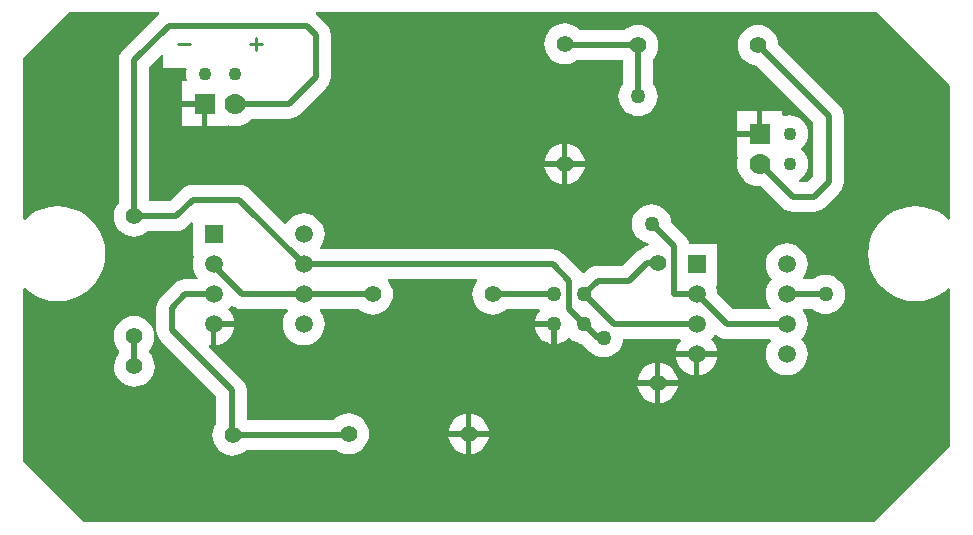
<source format=gbl>
G04*
G04 #@! TF.GenerationSoftware,Altium Limited,Altium Designer,18.1.7 (191)*
G04*
G04 Layer_Physical_Order=2*
G04 Layer_Color=16711680*
%FSLAX24Y24*%
%MOIN*%
G70*
G01*
G75*
%ADD10C,0.0197*%
%ADD11C,0.0100*%
%ADD12R,0.0700X0.0700*%
%ADD13C,0.0700*%
%ADD14C,0.0433*%
%ADD15C,0.0551*%
%ADD16C,0.0591*%
%ADD17R,0.0591X0.0591*%
%ADD18R,0.0700X0.0700*%
%ADD19C,0.0500*%
G36*
X42546Y46112D02*
Y41666D01*
X42496Y41643D01*
X42332Y41783D01*
X42120Y41913D01*
X41890Y42008D01*
X41648Y42066D01*
X41400Y42086D01*
X41152Y42066D01*
X40910Y42008D01*
X40680Y41913D01*
X40468Y41783D01*
X40279Y41621D01*
X40117Y41432D01*
X39987Y41220D01*
X39892Y40990D01*
X39834Y40748D01*
X39814Y40500D01*
X39834Y40252D01*
X39892Y40010D01*
X39987Y39780D01*
X40117Y39568D01*
X40279Y39379D01*
X40468Y39217D01*
X40680Y39087D01*
X40910Y38992D01*
X41152Y38934D01*
X41400Y38914D01*
X41648Y38934D01*
X41890Y38992D01*
X42120Y39087D01*
X42332Y39217D01*
X42496Y39357D01*
X42546Y39334D01*
Y34088D01*
X40012Y31554D01*
X13688D01*
X11654Y33588D01*
Y39334D01*
X11704Y39357D01*
X11868Y39217D01*
X12080Y39087D01*
X12310Y38992D01*
X12552Y38934D01*
X12800Y38914D01*
X13048Y38934D01*
X13290Y38992D01*
X13520Y39087D01*
X13732Y39217D01*
X13921Y39379D01*
X14083Y39568D01*
X14213Y39780D01*
X14308Y40010D01*
X14366Y40252D01*
X14386Y40500D01*
X14366Y40748D01*
X14308Y40990D01*
X14213Y41220D01*
X14083Y41432D01*
X13921Y41621D01*
X13732Y41783D01*
X13520Y41913D01*
X13290Y42008D01*
X13048Y42066D01*
X12800Y42086D01*
X12552Y42066D01*
X12310Y42008D01*
X12080Y41913D01*
X11868Y41783D01*
X11704Y41643D01*
X11654Y41666D01*
Y47012D01*
X13188Y48546D01*
X16180D01*
X16197Y48496D01*
X16145Y48455D01*
X14995Y47305D01*
X14915Y47201D01*
X14864Y47080D01*
X14847Y46950D01*
Y42202D01*
X14786Y42127D01*
X14723Y42010D01*
X14684Y41882D01*
X14671Y41750D01*
X14684Y41618D01*
X14723Y41490D01*
X14786Y41373D01*
X14870Y41270D01*
X14973Y41186D01*
X15090Y41123D01*
X15218Y41084D01*
X15350Y41071D01*
X15482Y41084D01*
X15610Y41123D01*
X15727Y41186D01*
X15802Y41247D01*
X16750D01*
X16880Y41264D01*
X17001Y41315D01*
X17105Y41395D01*
X17259Y41548D01*
X17305Y41528D01*
Y40455D01*
X17325D01*
X17351Y40405D01*
X17315Y40286D01*
X17301Y40150D01*
X17315Y40014D01*
X17355Y39883D01*
X17419Y39762D01*
X17468Y39703D01*
X17444Y39653D01*
X17050D01*
X16920Y39636D01*
X16799Y39585D01*
X16695Y39505D01*
X16245Y39055D01*
X16165Y38951D01*
X16114Y38830D01*
X16097Y38700D01*
Y37950D01*
X16114Y37820D01*
X16165Y37699D01*
X16245Y37595D01*
X18097Y35742D01*
Y34860D01*
X18082Y34842D01*
X18017Y34726D01*
X17976Y34600D01*
X17960Y34468D01*
X17970Y34335D01*
X18006Y34207D01*
X18066Y34088D01*
X18148Y33983D01*
X18249Y33897D01*
X18365Y33831D01*
X18491Y33790D01*
X18623Y33774D01*
X18756Y33784D01*
X18884Y33820D01*
X19003Y33880D01*
X19092Y33950D01*
X22105D01*
X22123Y33936D01*
X22240Y33873D01*
X22368Y33834D01*
X22500Y33821D01*
X22632Y33834D01*
X22760Y33873D01*
X22877Y33936D01*
X22980Y34020D01*
X23064Y34123D01*
X23127Y34240D01*
X23166Y34368D01*
X23179Y34500D01*
X23166Y34632D01*
X23127Y34760D01*
X23064Y34877D01*
X22980Y34980D01*
X22877Y35064D01*
X22760Y35127D01*
X22632Y35166D01*
X22500Y35179D01*
X22368Y35166D01*
X22240Y35127D01*
X22123Y35064D01*
X22020Y34980D01*
X22000Y34956D01*
X19103D01*
Y35950D01*
X19086Y36080D01*
X19035Y36201D01*
X18955Y36305D01*
X17853Y37408D01*
X17864Y37462D01*
X17867Y37464D01*
X17902Y37461D01*
Y38150D01*
X18000D01*
Y38248D01*
X18689D01*
X18685Y38286D01*
X18645Y38417D01*
X18581Y38538D01*
X18520Y38613D01*
X18498Y38650D01*
X18520Y38687D01*
X18581Y38762D01*
X18625Y38771D01*
X18699Y38715D01*
X18820Y38664D01*
X18950Y38647D01*
X20444D01*
X20468Y38597D01*
X20419Y38538D01*
X20355Y38417D01*
X20315Y38286D01*
X20301Y38150D01*
X20315Y38014D01*
X20355Y37883D01*
X20419Y37762D01*
X20506Y37656D01*
X20612Y37569D01*
X20733Y37505D01*
X20864Y37465D01*
X21000Y37451D01*
X21136Y37465D01*
X21267Y37505D01*
X21388Y37569D01*
X21494Y37656D01*
X21581Y37762D01*
X21645Y37883D01*
X21685Y38014D01*
X21699Y38150D01*
X21685Y38286D01*
X21645Y38417D01*
X21581Y38538D01*
X21532Y38597D01*
X21556Y38647D01*
X22848D01*
X22923Y38586D01*
X23040Y38523D01*
X23168Y38484D01*
X23300Y38471D01*
X23432Y38484D01*
X23560Y38523D01*
X23677Y38586D01*
X23780Y38670D01*
X23864Y38773D01*
X23927Y38890D01*
X23966Y39018D01*
X23979Y39150D01*
X23966Y39282D01*
X23927Y39410D01*
X23864Y39527D01*
X23807Y39597D01*
X23831Y39647D01*
X26769D01*
X26793Y39597D01*
X26736Y39527D01*
X26673Y39410D01*
X26634Y39282D01*
X26621Y39150D01*
X26634Y39018D01*
X26673Y38890D01*
X26736Y38773D01*
X26820Y38670D01*
X26923Y38586D01*
X27040Y38523D01*
X27168Y38484D01*
X27300Y38471D01*
X27432Y38484D01*
X27560Y38523D01*
X27677Y38586D01*
X27752Y38647D01*
X28856D01*
X28876Y38597D01*
X28807Y38513D01*
X28747Y38400D01*
X28709Y38277D01*
X28707Y38248D01*
X29350D01*
Y38150D01*
X29448D01*
Y37507D01*
X29477Y37509D01*
X29600Y37547D01*
X29713Y37607D01*
X29812Y37688D01*
X29825Y37704D01*
X29875D01*
X29888Y37688D01*
X29987Y37607D01*
X30100Y37547D01*
X30223Y37509D01*
X30286Y37503D01*
X30445Y37345D01*
X30462Y37331D01*
X30538Y37238D01*
X30637Y37157D01*
X30750Y37097D01*
X30873Y37059D01*
X31000Y37047D01*
X31127Y37059D01*
X31250Y37097D01*
X31363Y37157D01*
X31462Y37238D01*
X31543Y37337D01*
X31603Y37450D01*
X31641Y37573D01*
X31648Y37647D01*
X33544D01*
X33568Y37597D01*
X33519Y37538D01*
X33455Y37417D01*
X33415Y37286D01*
X33411Y37248D01*
X34789D01*
X34785Y37286D01*
X34745Y37417D01*
X34681Y37538D01*
X34620Y37613D01*
X34598Y37650D01*
X34620Y37687D01*
X34681Y37762D01*
X34695Y37788D01*
X34700Y37788D01*
X34752Y37789D01*
X34849Y37715D01*
X34970Y37664D01*
X35100Y37647D01*
X36544D01*
X36568Y37597D01*
X36519Y37538D01*
X36455Y37417D01*
X36415Y37286D01*
X36401Y37150D01*
X36415Y37014D01*
X36455Y36883D01*
X36519Y36762D01*
X36606Y36656D01*
X36712Y36569D01*
X36833Y36505D01*
X36964Y36465D01*
X37100Y36451D01*
X37236Y36465D01*
X37367Y36505D01*
X37488Y36569D01*
X37594Y36656D01*
X37681Y36762D01*
X37745Y36883D01*
X37785Y37014D01*
X37799Y37150D01*
X37785Y37286D01*
X37745Y37417D01*
X37681Y37538D01*
X37620Y37613D01*
X37598Y37650D01*
X37620Y37687D01*
X37681Y37762D01*
X37745Y37883D01*
X37785Y38014D01*
X37799Y38150D01*
X37785Y38286D01*
X37745Y38417D01*
X37681Y38538D01*
X37632Y38597D01*
X37656Y38647D01*
X37988D01*
X38037Y38607D01*
X38150Y38547D01*
X38273Y38509D01*
X38400Y38497D01*
X38527Y38509D01*
X38650Y38547D01*
X38763Y38607D01*
X38862Y38688D01*
X38943Y38787D01*
X39003Y38900D01*
X39041Y39023D01*
X39053Y39150D01*
X39041Y39277D01*
X39003Y39400D01*
X38943Y39513D01*
X38862Y39612D01*
X38763Y39693D01*
X38650Y39753D01*
X38527Y39791D01*
X38400Y39803D01*
X38273Y39791D01*
X38150Y39753D01*
X38037Y39693D01*
X37988Y39653D01*
X37656D01*
X37632Y39703D01*
X37681Y39762D01*
X37745Y39883D01*
X37785Y40014D01*
X37799Y40150D01*
X37785Y40286D01*
X37745Y40417D01*
X37681Y40538D01*
X37594Y40644D01*
X37488Y40731D01*
X37367Y40795D01*
X37236Y40835D01*
X37100Y40849D01*
X36964Y40835D01*
X36833Y40795D01*
X36712Y40731D01*
X36606Y40644D01*
X36519Y40538D01*
X36455Y40417D01*
X36415Y40286D01*
X36401Y40150D01*
X36415Y40014D01*
X36455Y39883D01*
X36519Y39762D01*
X36580Y39687D01*
X36602Y39650D01*
X36580Y39613D01*
X36519Y39538D01*
X36455Y39417D01*
X36415Y39286D01*
X36401Y39150D01*
X36415Y39014D01*
X36455Y38883D01*
X36519Y38762D01*
X36568Y38703D01*
X36544Y38653D01*
X35308D01*
X34797Y39164D01*
X34785Y39286D01*
X34749Y39405D01*
X34775Y39455D01*
X34795D01*
Y40845D01*
X33840D01*
X33836Y40880D01*
X33785Y41001D01*
X33705Y41105D01*
X33247Y41564D01*
X33241Y41627D01*
X33203Y41750D01*
X33143Y41863D01*
X33062Y41962D01*
X32963Y42043D01*
X32850Y42103D01*
X32727Y42141D01*
X32600Y42153D01*
X32473Y42141D01*
X32350Y42103D01*
X32237Y42043D01*
X32138Y41962D01*
X32057Y41863D01*
X31997Y41750D01*
X31959Y41627D01*
X31947Y41500D01*
X31959Y41373D01*
X31997Y41250D01*
X32057Y41137D01*
X32138Y41038D01*
X32237Y40957D01*
X32350Y40897D01*
X32473Y40859D01*
X32491Y40858D01*
X32501Y40806D01*
X32423Y40764D01*
X32328Y40687D01*
X32320Y40686D01*
X32199Y40635D01*
X32095Y40555D01*
X31642Y40103D01*
X30800D01*
X30670Y40086D01*
X30549Y40035D01*
X30445Y39955D01*
X30335Y39846D01*
X30279Y39860D01*
X30205Y39955D01*
X29655Y40505D01*
X29551Y40585D01*
X29430Y40636D01*
X29300Y40653D01*
X21556D01*
X21532Y40703D01*
X21581Y40762D01*
X21645Y40883D01*
X21685Y41014D01*
X21699Y41150D01*
X21685Y41286D01*
X21645Y41417D01*
X21581Y41538D01*
X21494Y41644D01*
X21388Y41731D01*
X21267Y41795D01*
X21136Y41835D01*
X21000Y41849D01*
X20864Y41835D01*
X20733Y41795D01*
X20612Y41731D01*
X20506Y41644D01*
X20419Y41538D01*
X20405Y41512D01*
X20356Y41505D01*
X19205Y42655D01*
X19101Y42735D01*
X18980Y42786D01*
X18850Y42803D01*
X17300D01*
X17170Y42786D01*
X17049Y42735D01*
X16945Y42655D01*
X16542Y42253D01*
X15853D01*
Y46742D01*
X16254Y47143D01*
X16300Y47124D01*
Y46700D01*
X17074D01*
X17104Y46660D01*
X17092Y46621D01*
X17080Y46500D01*
X17092Y46379D01*
X17116Y46300D01*
X17079Y46250D01*
X16950D01*
Y45598D01*
X17700D01*
Y45500D01*
X17798D01*
Y44750D01*
X18450D01*
Y44750D01*
X18490Y44780D01*
X18553Y44761D01*
X18700Y44746D01*
X18847Y44761D01*
X18988Y44804D01*
X19119Y44873D01*
X19233Y44967D01*
X19258Y44997D01*
X20500D01*
X20630Y45014D01*
X20751Y45065D01*
X20855Y45145D01*
X21755Y46045D01*
X21835Y46149D01*
X21886Y46270D01*
X21903Y46400D01*
Y47800D01*
X21886Y47930D01*
X21835Y48051D01*
X21755Y48155D01*
X21455Y48455D01*
X21403Y48496D01*
X21419Y48546D01*
X40112D01*
X42546Y46112D01*
D02*
G37*
%LPC*%
G36*
X29700Y48179D02*
X29568Y48166D01*
X29440Y48127D01*
X29323Y48064D01*
X29220Y47980D01*
X29136Y47877D01*
X29073Y47760D01*
X29034Y47632D01*
X29021Y47500D01*
X29034Y47368D01*
X29073Y47240D01*
X29136Y47123D01*
X29220Y47020D01*
X29323Y46936D01*
X29440Y46873D01*
X29568Y46834D01*
X29700Y46821D01*
X29832Y46834D01*
X29960Y46873D01*
X30077Y46936D01*
X30091Y46947D01*
X31647D01*
Y46162D01*
X31607Y46113D01*
X31547Y46000D01*
X31509Y45877D01*
X31497Y45750D01*
X31509Y45623D01*
X31547Y45500D01*
X31607Y45387D01*
X31688Y45288D01*
X31787Y45207D01*
X31900Y45147D01*
X32023Y45109D01*
X32150Y45097D01*
X32277Y45109D01*
X32400Y45147D01*
X32513Y45207D01*
X32612Y45288D01*
X32693Y45387D01*
X32753Y45500D01*
X32791Y45623D01*
X32803Y45750D01*
X32791Y45877D01*
X32753Y46000D01*
X32693Y46113D01*
X32653Y46162D01*
Y46998D01*
X32714Y47073D01*
X32777Y47190D01*
X32816Y47318D01*
X32829Y47450D01*
X32816Y47582D01*
X32777Y47710D01*
X32714Y47827D01*
X32630Y47930D01*
X32527Y48014D01*
X32410Y48077D01*
X32282Y48116D01*
X32150Y48129D01*
X32018Y48116D01*
X31890Y48077D01*
X31773Y48014D01*
X31698Y47953D01*
X30202D01*
X30180Y47980D01*
X30077Y48064D01*
X29960Y48127D01*
X29832Y48166D01*
X29700Y48179D01*
D02*
G37*
G36*
X17602Y45402D02*
X16950D01*
Y44750D01*
X17602D01*
Y45402D01*
D02*
G37*
G36*
X36102Y45250D02*
X35450D01*
Y44598D01*
X36102D01*
Y45250D01*
D02*
G37*
G36*
X29798Y44169D02*
Y43598D01*
X30369D01*
X30366Y43632D01*
X30327Y43760D01*
X30264Y43877D01*
X30180Y43980D01*
X30077Y44064D01*
X29960Y44127D01*
X29832Y44166D01*
X29798Y44169D01*
D02*
G37*
G36*
X29602D02*
X29568Y44166D01*
X29440Y44127D01*
X29323Y44064D01*
X29220Y43980D01*
X29136Y43877D01*
X29073Y43760D01*
X29034Y43632D01*
X29031Y43598D01*
X29602D01*
Y44169D01*
D02*
G37*
G36*
X36150Y48129D02*
X36018Y48116D01*
X35890Y48077D01*
X35773Y48014D01*
X35670Y47930D01*
X35586Y47827D01*
X35523Y47710D01*
X35484Y47582D01*
X35471Y47450D01*
X35484Y47318D01*
X35523Y47190D01*
X35586Y47073D01*
X35670Y46970D01*
X35773Y46886D01*
X35890Y46823D01*
X36018Y46784D01*
X36114Y46775D01*
X37997Y44892D01*
Y43108D01*
X37792Y42903D01*
X37544D01*
X37529Y42920D01*
X37540Y42983D01*
X37544Y42985D01*
X37638Y43062D01*
X37715Y43156D01*
X37772Y43263D01*
X37808Y43379D01*
X37820Y43500D01*
X37808Y43621D01*
X37772Y43737D01*
X37715Y43844D01*
X37638Y43938D01*
X37593Y43975D01*
Y44025D01*
X37638Y44062D01*
X37715Y44156D01*
X37772Y44263D01*
X37808Y44379D01*
X37820Y44500D01*
X37808Y44621D01*
X37772Y44737D01*
X37715Y44844D01*
X37638Y44938D01*
X37544Y45015D01*
X37437Y45072D01*
X37321Y45108D01*
X37200Y45120D01*
X37079Y45108D01*
X37000Y45084D01*
X36950Y45121D01*
Y45250D01*
X36298D01*
Y44500D01*
X36200D01*
Y44402D01*
X35450D01*
Y43750D01*
X35450D01*
X35480Y43710D01*
X35461Y43647D01*
X35446Y43500D01*
X35461Y43353D01*
X35504Y43212D01*
X35573Y43081D01*
X35667Y42967D01*
X35781Y42873D01*
X35912Y42804D01*
X36053Y42761D01*
X36200Y42746D01*
X36239Y42750D01*
X36945Y42045D01*
X37049Y41965D01*
X37170Y41914D01*
X37300Y41897D01*
X38000D01*
X38130Y41914D01*
X38251Y41965D01*
X38355Y42045D01*
X38855Y42545D01*
X38935Y42649D01*
X38986Y42770D01*
X39003Y42900D01*
Y45100D01*
X38986Y45230D01*
X38935Y45351D01*
X38855Y45455D01*
X36825Y47486D01*
X36816Y47582D01*
X36777Y47710D01*
X36714Y47827D01*
X36630Y47930D01*
X36527Y48014D01*
X36410Y48077D01*
X36282Y48116D01*
X36150Y48129D01*
D02*
G37*
G36*
X30369Y43402D02*
X29798D01*
Y42831D01*
X29832Y42834D01*
X29960Y42873D01*
X30077Y42936D01*
X30180Y43020D01*
X30264Y43123D01*
X30327Y43240D01*
X30366Y43368D01*
X30369Y43402D01*
D02*
G37*
G36*
X29602D02*
X29031D01*
X29034Y43368D01*
X29073Y43240D01*
X29136Y43123D01*
X29220Y43020D01*
X29323Y42936D01*
X29440Y42873D01*
X29568Y42834D01*
X29602Y42831D01*
Y43402D01*
D02*
G37*
G36*
X29252Y38052D02*
X28707D01*
X28709Y38023D01*
X28747Y37900D01*
X28807Y37787D01*
X28888Y37688D01*
X28987Y37607D01*
X29100Y37547D01*
X29223Y37509D01*
X29252Y37507D01*
Y38052D01*
D02*
G37*
G36*
X18689D02*
X18098D01*
Y37461D01*
X18136Y37465D01*
X18267Y37505D01*
X18388Y37569D01*
X18494Y37656D01*
X18581Y37762D01*
X18645Y37883D01*
X18685Y38014D01*
X18689Y38052D01*
D02*
G37*
G36*
X34789Y37052D02*
X34198D01*
Y36461D01*
X34236Y36465D01*
X34367Y36505D01*
X34488Y36569D01*
X34594Y36656D01*
X34681Y36762D01*
X34745Y36883D01*
X34785Y37014D01*
X34789Y37052D01*
D02*
G37*
G36*
X34002D02*
X33411D01*
X33415Y37014D01*
X33455Y36883D01*
X33519Y36762D01*
X33606Y36656D01*
X33712Y36569D01*
X33833Y36505D01*
X33964Y36465D01*
X34002Y36461D01*
Y37052D01*
D02*
G37*
G36*
X32898Y36869D02*
Y36298D01*
X33469D01*
X33466Y36332D01*
X33427Y36460D01*
X33364Y36577D01*
X33280Y36680D01*
X33177Y36764D01*
X33060Y36827D01*
X32932Y36866D01*
X32898Y36869D01*
D02*
G37*
G36*
X32702D02*
X32668Y36866D01*
X32540Y36827D01*
X32423Y36764D01*
X32320Y36680D01*
X32236Y36577D01*
X32173Y36460D01*
X32134Y36332D01*
X32131Y36298D01*
X32702D01*
Y36869D01*
D02*
G37*
G36*
X15350Y38429D02*
X15218Y38416D01*
X15090Y38377D01*
X14973Y38314D01*
X14870Y38230D01*
X14786Y38127D01*
X14723Y38010D01*
X14684Y37882D01*
X14671Y37750D01*
X14684Y37618D01*
X14723Y37490D01*
X14786Y37373D01*
X14847Y37298D01*
Y37185D01*
X14806Y37137D01*
X14740Y37021D01*
X14699Y36894D01*
X14683Y36762D01*
X14693Y36629D01*
X14729Y36501D01*
X14789Y36382D01*
X14871Y36278D01*
X14972Y36191D01*
X15088Y36126D01*
X15215Y36084D01*
X15347Y36068D01*
X15480Y36079D01*
X15608Y36114D01*
X15726Y36175D01*
X15831Y36257D01*
X15918Y36358D01*
X15983Y36474D01*
X16024Y36600D01*
X16040Y36732D01*
X16030Y36865D01*
X15994Y36993D01*
X15934Y37112D01*
X15853Y37216D01*
Y37298D01*
X15914Y37373D01*
X15977Y37490D01*
X16016Y37618D01*
X16029Y37750D01*
X16016Y37882D01*
X15977Y38010D01*
X15914Y38127D01*
X15830Y38230D01*
X15727Y38314D01*
X15610Y38377D01*
X15482Y38416D01*
X15350Y38429D01*
D02*
G37*
G36*
X33469Y36102D02*
X32898D01*
Y35531D01*
X32932Y35534D01*
X33060Y35573D01*
X33177Y35636D01*
X33280Y35720D01*
X33364Y35823D01*
X33427Y35940D01*
X33466Y36068D01*
X33469Y36102D01*
D02*
G37*
G36*
X32702D02*
X32131D01*
X32134Y36068D01*
X32173Y35940D01*
X32236Y35823D01*
X32320Y35720D01*
X32423Y35636D01*
X32540Y35573D01*
X32668Y35534D01*
X32702Y35531D01*
Y36102D01*
D02*
G37*
G36*
X26598Y35169D02*
Y34598D01*
X27169D01*
X27166Y34632D01*
X27127Y34760D01*
X27064Y34877D01*
X26980Y34980D01*
X26877Y35064D01*
X26760Y35127D01*
X26632Y35166D01*
X26598Y35169D01*
D02*
G37*
G36*
X26402D02*
X26368Y35166D01*
X26240Y35127D01*
X26123Y35064D01*
X26020Y34980D01*
X25936Y34877D01*
X25873Y34760D01*
X25834Y34632D01*
X25831Y34598D01*
X26402D01*
Y35169D01*
D02*
G37*
G36*
X27169Y34402D02*
X26598D01*
Y33831D01*
X26632Y33834D01*
X26760Y33873D01*
X26877Y33936D01*
X26980Y34020D01*
X27064Y34123D01*
X27127Y34240D01*
X27166Y34368D01*
X27169Y34402D01*
D02*
G37*
G36*
X26402D02*
X25831D01*
X25834Y34368D01*
X25873Y34240D01*
X25936Y34123D01*
X26020Y34020D01*
X26123Y33936D01*
X26240Y33873D01*
X26368Y33834D01*
X26402Y33831D01*
Y34402D01*
D02*
G37*
%LPD*%
D10*
X29850Y38650D02*
X30350Y38150D01*
X29850Y38650D02*
Y39600D01*
X16500Y48100D02*
X21100D01*
X15350Y46950D02*
X16500Y48100D01*
X15350Y41750D02*
Y46950D01*
X21400Y46400D02*
Y47800D01*
X21100Y48100D02*
X21400Y47800D01*
X20500Y45500D02*
X21400Y46400D01*
X18700Y45500D02*
X20500D01*
X17300Y42300D02*
X18850D01*
X16750Y41750D02*
X17300Y42300D01*
X18850D02*
X21000Y40150D01*
X15350Y41750D02*
X16750D01*
X31850Y39600D02*
X32450Y40200D01*
X30800Y39600D02*
X31850D01*
X30350Y39150D02*
X30800Y39600D01*
X35100Y38150D02*
X37100D01*
X34100Y39150D02*
X35100Y38150D01*
X33350Y39150D02*
X34100D01*
X31350Y38150D02*
X34100D01*
X32450Y40200D02*
X32800D01*
X21000Y39150D02*
X23300D01*
X16600Y38700D02*
X17050Y39150D01*
X16600Y37950D02*
Y38700D01*
Y37950D02*
X18600Y35950D01*
X17050Y39150D02*
X18000D01*
X18600Y34491D02*
X18638Y34453D01*
X18600Y34491D02*
Y35950D01*
X32150Y45750D02*
Y47450D01*
X32600Y41500D02*
X33350Y40750D01*
Y39150D02*
Y40750D01*
X37100Y39150D02*
X38400D01*
X30800Y37700D02*
X31000D01*
X30350Y38150D02*
X30800Y37700D01*
X22453Y34453D02*
X22500Y34500D01*
X18638Y34453D02*
X22453D01*
X15350Y36759D02*
X15362Y36747D01*
X15350Y36759D02*
Y37750D01*
X29300Y40150D02*
X29850Y39600D01*
X30350Y39150D02*
X31350Y38150D01*
X27300Y39150D02*
X29350D01*
X29700Y47500D02*
X29750Y47450D01*
X32150D01*
X38500Y42900D02*
Y45100D01*
X38000Y42400D02*
X38500Y42900D01*
X37300Y42400D02*
X38000D01*
X36200Y43500D02*
X37300Y42400D01*
X36150Y47450D02*
X38500Y45100D01*
X21000Y40150D02*
X29300D01*
X18950Y39150D02*
X20950D01*
X17950Y40150D02*
X18950Y39150D01*
D11*
X16800Y47500D02*
X17200D01*
X19199D02*
X19599D01*
X19399Y47700D02*
Y47300D01*
D12*
X17700Y45500D02*
D03*
D13*
X18700D02*
D03*
X36200Y43500D02*
D03*
D14*
X17700Y46500D02*
D03*
X18700D02*
D03*
X37200Y43500D02*
D03*
Y44500D02*
D03*
D15*
X32800Y36200D02*
D03*
Y40200D02*
D03*
X36150Y47450D02*
D03*
X32150D02*
D03*
X29700Y47500D02*
D03*
Y43500D02*
D03*
X27300Y39150D02*
D03*
X23300D02*
D03*
X22500Y34500D02*
D03*
X26500D02*
D03*
X15362Y36747D02*
D03*
X18638Y34453D02*
D03*
X15350Y41750D02*
D03*
Y37750D02*
D03*
D16*
X21000Y38150D02*
D03*
Y39150D02*
D03*
Y40150D02*
D03*
Y41150D02*
D03*
X18000Y38150D02*
D03*
Y39150D02*
D03*
Y40150D02*
D03*
X37100Y37150D02*
D03*
Y38150D02*
D03*
Y39150D02*
D03*
Y40150D02*
D03*
X34100Y37150D02*
D03*
Y38150D02*
D03*
Y39150D02*
D03*
D17*
X18000Y41150D02*
D03*
X34100Y40150D02*
D03*
D18*
X36200Y44500D02*
D03*
D19*
X29350Y39150D02*
D03*
X30350D02*
D03*
Y38150D02*
D03*
X29350D02*
D03*
X32150Y45750D02*
D03*
X32600Y41500D02*
D03*
X38400Y39150D02*
D03*
X31000Y37700D02*
D03*
M02*

</source>
